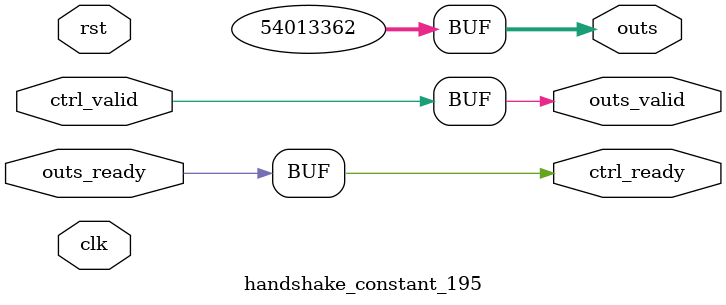
<source format=v>
`timescale 1ns / 1ps
module handshake_constant_195 #(
  parameter DATA_WIDTH = 32  // Default set to 32 bits
) (
  input                       clk,
  input                       rst,
  // Input Channel
  input                       ctrl_valid,
  output                      ctrl_ready,
  // Output Channel
  output [DATA_WIDTH - 1 : 0] outs,
  output                      outs_valid,
  input                       outs_ready
);
  assign outs       = 27'b011001110000010110110110010;
  assign outs_valid = ctrl_valid;
  assign ctrl_ready = outs_ready;

endmodule

</source>
